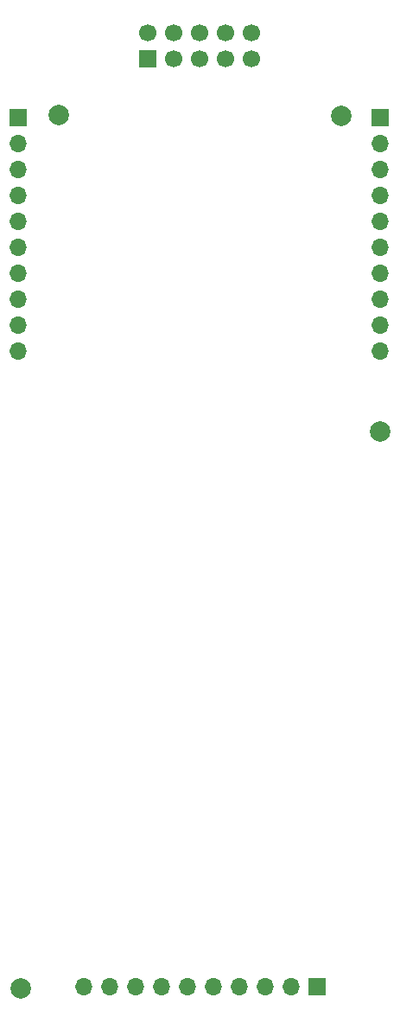
<source format=gbr>
%TF.GenerationSoftware,KiCad,Pcbnew,7.0.6*%
%TF.CreationDate,2023-07-27T10:13:18+01:00*%
%TF.ProjectId,Hypersoniq_Components,48797065-7273-46f6-9e69-715f436f6d70,rev?*%
%TF.SameCoordinates,Original*%
%TF.FileFunction,Soldermask,Bot*%
%TF.FilePolarity,Negative*%
%FSLAX46Y46*%
G04 Gerber Fmt 4.6, Leading zero omitted, Abs format (unit mm)*
G04 Created by KiCad (PCBNEW 7.0.6) date 2023-07-27 10:13:18*
%MOMM*%
%LPD*%
G01*
G04 APERTURE LIST*
%ADD10R,1.700000X1.700000*%
%ADD11C,1.700000*%
%ADD12C,2.000000*%
%ADD13O,1.700000X1.700000*%
G04 APERTURE END LIST*
D10*
%TO.C,J4*%
X65100000Y-57000000D03*
D11*
X65100000Y-54460000D03*
X67640000Y-57000000D03*
X67640000Y-54460000D03*
X70180000Y-57000000D03*
X70180000Y-54460000D03*
X72720000Y-57000000D03*
X72720000Y-54460000D03*
X75260000Y-57000000D03*
X75260000Y-54460000D03*
%TD*%
D12*
%TO.C,TP2*%
X56400000Y-62500000D03*
%TD*%
%TO.C,TP4*%
X52650000Y-148050000D03*
%TD*%
%TO.C,TP1*%
X84100000Y-62600000D03*
%TD*%
%TO.C,TP3*%
X87900000Y-93500000D03*
%TD*%
D10*
%TO.C,J3*%
X81650000Y-147900000D03*
D13*
X79110000Y-147900000D03*
X76570000Y-147900000D03*
X74030000Y-147900000D03*
X71490000Y-147900000D03*
X68950000Y-147900000D03*
X66410000Y-147900000D03*
X63870000Y-147900000D03*
X61330000Y-147900000D03*
X58790000Y-147900000D03*
%TD*%
D10*
%TO.C,J1*%
X52400000Y-62800000D03*
D13*
X52400000Y-65340000D03*
X52400000Y-67880000D03*
X52400000Y-70420000D03*
X52400000Y-72960000D03*
X52400000Y-75500000D03*
X52400000Y-78040000D03*
X52400000Y-80580000D03*
X52400000Y-83120000D03*
X52400000Y-85660000D03*
%TD*%
D10*
%TO.C,J2*%
X87900000Y-62800000D03*
D13*
X87900000Y-65340000D03*
X87900000Y-67880000D03*
X87900000Y-70420000D03*
X87900000Y-72960000D03*
X87900000Y-75500000D03*
X87900000Y-78040000D03*
X87900000Y-80580000D03*
X87900000Y-83120000D03*
X87900000Y-85660000D03*
%TD*%
M02*

</source>
